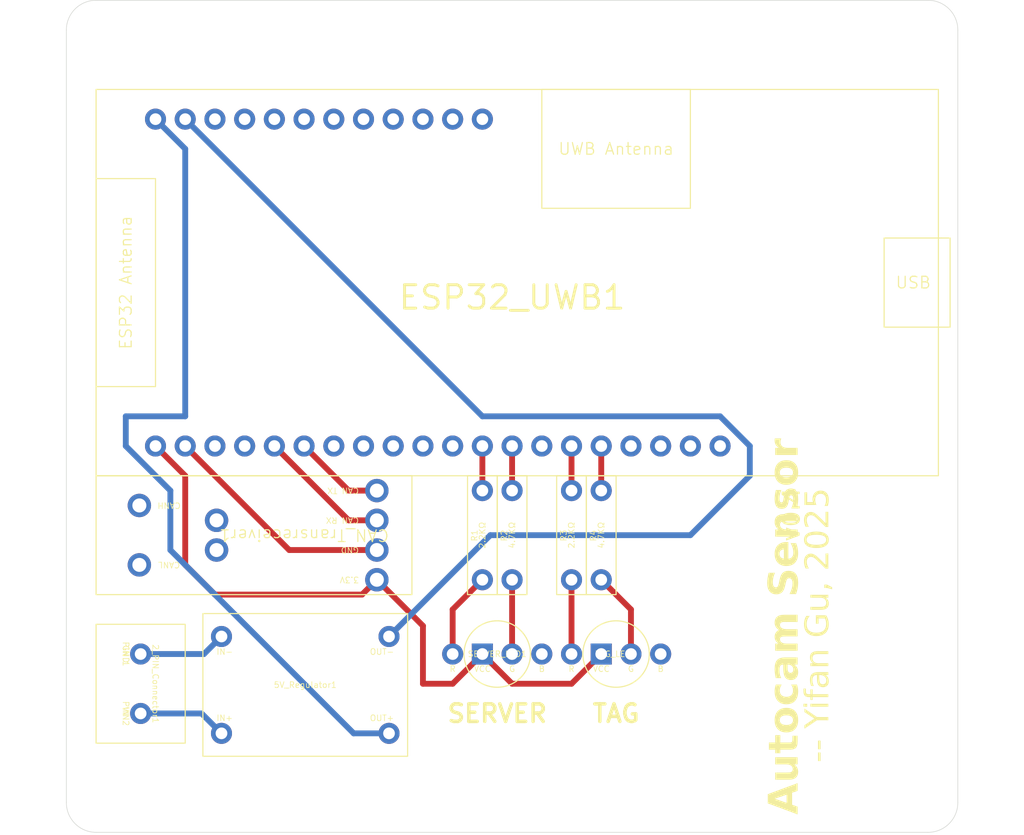
<source format=kicad_pcb>
(kicad_pcb (version 20241229) (generator "pcbnew") (generator_version "9.0")
  (title_block (title "Autocam Sensor") (date "2025-03-27") (rev "v0.4"))
  (layers (0 "F.Cu" signal) (2 "B.Cu" signal) (13 "F.Paste" user) (15 "B.Paste" user) (5 "F.SilkS" user "F.Silkscreen") (7 "B.SilkS" user "B.Silkscreen") (1 "F.Mask" user) (3 "B.Mask" user) (25 "Edge.Cuts" user))
  (net 0 "")
  (net 1 "Net-(5V_Regulator1-OUT-)")
  (net 2 "Net-(5V_Regulator1-OUT+)")
  (net 15 "Net-(CAN_Transreceiver1-CAN_RX)")
  (net 19 "Net-(CAN_Transreceiver1-CAN_TX)")
  (net 20 "Net-(CAN_Transreceiver1-GND)")
  (net 22 "Net-(CAN_Transreceiver1-3.3V)")
  (net 24 "Net-(SERVER_LED1-R)")
  (net 25 "Net-(SERVER_LED1-G)")
  (net 26 "Net-(TAG_LED1-R)")
  (net 27 "Net-(TAG_LED1-G)")
  (net 32 "Net-(ESP32_UWB1-IO32)")
  (net 35 "Net-(ESP32_UWB1-IO25)")
  (net 36 "Net-(ESP32_UWB1-IO26)")
  (net 41 "Net-(2_PIN_Connector1-Pin_1)")
  (net 42 "Net-(2_PIN_Connector1-Pin_2)")
  (net 44 "Net-(ESP32_UWB1-IO33)")
  (footprint "Autocam:Makersfab ESP32 UWB" (layer "F.Cu") (at 113.03 77.47)
    (property "Reference" "ESP32_UWB1" (at 35.56 17.78 0) (layer "F.SilkS") (effects (font (size 2 2) (thickness 0.25))))
    (property "Value" "~" (hide yes))
    (fp_rect (start 0 0) (end 72 33.02) (stroke (width 0.1)) (fill no) (layer "F.SilkS"))
    (fp_rect (start 0 7.62) (end 5.08 25.4) (stroke (width 0.1)) (fill no) (layer "F.SilkS"))
    (fp_rect (start 38.1 0) (end 50.8 10.16) (stroke (width 0.1)) (fill no) (layer "F.SilkS"))
    (fp_rect (start 67.36 12.7) (end 73 20.32) (stroke (width 0.1)) (fill no) (layer "F.SilkS"))
    (fp_text user "USB" (at 69.85 16.51 0) (layer "F.SilkS") (effects (font (thickness 0.1))))
    (fp_text user "UWB Antenna" (at 44.45 5.08 0) (layer "F.SilkS") (effects (font (thickness 0.1))))
    (fp_text user "ESP32 Antenna" (at 2.54 16.51 90) (layer "F.SilkS") (effects (font (thickness 0.1))))
    (pad "1" thru_hole circle (at 5.08 30.48) (size 1.8 1.8) (drill 1) (layers "*.Cu" "*.Mask") (net 22 "Net-(CAN_Transreceiver1-3.3V)"))
    (pad "2" thru_hole circle (at 7.62 30.48) (size 1.8 1.8) (drill 1) (layers "*.Cu" "*.Mask") (net 20 "Net-(CAN_Transreceiver1-GND)"))
    (pad "3" thru_hole circle (at 10.16 30.48) (size 1.8 1.8) (drill 1) (layers "*.Cu" "*.Mask"))
    (pad "4" thru_hole circle (at 12.7 30.48) (size 1.8 1.8) (drill 1) (layers "*.Cu" "*.Mask"))
    (pad "5" thru_hole circle (at 15.24 30.48) (size 1.8 1.8) (drill 1) (layers "*.Cu" "*.Mask") (net 15 "Net-(CAN_Transreceiver1-CAN_RX)"))
    (pad "6" thru_hole circle (at 17.78 30.48) (size 1.8 1.8) (drill 1) (layers "*.Cu" "*.Mask") (net 19 "Net-(CAN_Transreceiver1-CAN_TX)"))
    (pad "7" thru_hole circle (at 20.32 30.48) (size 1.8 1.8) (drill 1) (layers "*.Cu" "*.Mask"))
    (pad "8" thru_hole circle (at 22.86 30.48) (size 1.8 1.8) (drill 1) (layers "*.Cu" "*.Mask"))
    (pad "9" thru_hole circle (at 25.4 30.48) (size 1.8 1.8) (drill 1) (layers "*.Cu" "*.Mask"))
    (pad "10" thru_hole circle (at 27.94 30.48) (size 1.8 1.8) (drill 1) (layers "*.Cu" "*.Mask"))
    (pad "11" thru_hole circle (at 30.48 30.48) (size 1.8 1.8) (drill 1) (layers "*.Cu" "*.Mask"))
    (pad "12" thru_hole circle (at 33.02 30.48) (size 1.8 1.8) (drill 1) (layers "*.Cu" "*.Mask") (net 35 "Net-(ESP32_UWB1-IO25)"))
    (pad "13" thru_hole circle (at 35.56 30.48) (size 1.8 1.8) (drill 1) (layers "*.Cu" "*.Mask") (net 36 "Net-(ESP32_UWB1-IO26)"))
    (pad "14" thru_hole circle (at 38.1 30.48) (size 1.8 1.8) (drill 1) (layers "*.Cu" "*.Mask"))
    (pad "15" thru_hole circle (at 40.64 30.48) (size 1.8 1.8) (drill 1) (layers "*.Cu" "*.Mask") (net 32 "Net-(ESP32_UWB1-IO32)"))
    (pad "16" thru_hole circle (at 43.18 30.48) (size 1.8 1.8) (drill 1) (layers "*.Cu" "*.Mask") (net 44 "Net-(ESP32_UWB1-IO33)"))
    (pad "17" thru_hole circle (at 45.72 30.48) (size 1.8 1.8) (drill 1) (layers "*.Cu" "*.Mask"))
    (pad "18" thru_hole circle (at 48.26 30.48) (size 1.8 1.8) (drill 1) (layers "*.Cu" "*.Mask"))
    (pad "19" thru_hole circle (at 50.8 30.48) (size 1.8 1.8) (drill 1) (layers "*.Cu" "*.Mask"))
    (pad "20" thru_hole circle (at 53.34 30.48) (size 1.8 1.8) (drill 1) (layers "*.Cu" "*.Mask"))
    (pad "21" thru_hole circle (at 5.08 2.54) (size 1.8 1.8) (drill 1) (layers "*.Cu" "*.Mask") (net 2 "Net-(5V_Regulator1-OUT+)"))
    (pad "22" thru_hole circle (at 7.62 2.54) (size 1.8 1.8) (drill 1) (layers "*.Cu" "*.Mask") (net 1 "Net-(5V_Regulator1-OUT-)"))
    (pad "23" thru_hole circle (at 10.16 2.54) (size 1.8 1.8) (drill 1) (layers "*.Cu" "*.Mask"))
    (pad "24" thru_hole circle (at 12.7 2.54) (size 1.8 1.8) (drill 1) (layers "*.Cu" "*.Mask"))
    (pad "25" thru_hole circle (at 15.24 2.54) (size 1.8 1.8) (drill 1) (layers "*.Cu" "*.Mask"))
    (pad "26" thru_hole circle (at 17.78 2.54) (size 1.8 1.8) (drill 1) (layers "*.Cu" "*.Mask"))
    (pad "27" thru_hole circle (at 20.32 2.54) (size 1.8 1.8) (drill 1) (layers "*.Cu" "*.Mask"))
    (pad "28" thru_hole circle (at 22.86 2.54) (size 1.8 1.8) (drill 1) (layers "*.Cu" "*.Mask"))
    (pad "29" thru_hole circle (at 25.4 2.54) (size 1.8 1.8) (drill 1) (layers "*.Cu" "*.Mask"))
    (pad "30" thru_hole circle (at 27.94 2.54) (size 1.8 1.8) (drill 1) (layers "*.Cu" "*.Mask"))
    (pad "31" thru_hole circle (at 30.48 2.54) (size 1.8 1.8) (drill 1) (layers "*.Cu" "*.Mask"))
    (pad "32" thru_hole circle (at 33.02 2.54) (size 1.8 1.8) (drill 1) (layers "*.Cu" "*.Mask"))
  )
  (footprint "Autocam:Simple Resistor" (layer "F.Cu") (at 153.67 119.38 90)
    (property "Reference" "R3" (at 3.774036 -0.672769 90) (layer "F.SilkS") (effects (font (size 0.5 0.5) (thickness 0.0625))))
    (property "Value" "2.2KΩ" (at 3.81 0 90) (layer "F.SilkS") (effects (font (size 0.5 0.5) (thickness 0.0625))))
    (fp_rect (start -1.27 -1.27) (end 8.89 1.27) (stroke (width 0.1)) (fill no) (layer "F.SilkS"))
    (pad "1" thru_hole circle (at 0 0 90) (size 1.8 1.8) (drill 1) (layers "*.Cu" "*.Mask") (net 26 "Net-(TAG_LED1-R)"))
    (pad "2" thru_hole circle (at 7.62 0 90) (size 1.8 1.8) (drill 1) (layers "*.Cu" "*.Mask") (net 32 "Net-(ESP32_UWB1-IO32)"))
  )
  (footprint "Autocam:Simple Resistor" (layer "F.Cu") (at 146.05 119.38 90)
    (property "Reference" "R1" (at 3.774036 -0.672769 90) (layer "F.SilkS") (effects (font (size 0.5 0.5) (thickness 0.0625))))
    (property "Value" "2.2KΩ" (at 3.81 0 90) (layer "F.SilkS") (effects (font (size 0.5 0.5) (thickness 0.0625))))
    (fp_rect (start -1.27 -1.27) (end 8.89 1.27) (stroke (width 0.1)) (fill no) (layer "F.SilkS"))
    (pad "1" thru_hole circle (at 0 0 90) (size 1.8 1.8) (drill 1) (layers "*.Cu" "*.Mask") (net 24 "Net-(SERVER_LED1-R)"))
    (pad "2" thru_hole circle (at 7.62 0 90) (size 1.8 1.8) (drill 1) (layers "*.Cu" "*.Mask") (net 35 "Net-(ESP32_UWB1-IO25)"))
  )
  (footprint "Autocam:Simple Resistor" (layer "F.Cu") (at 148.59 119.38 90)
    (property "Reference" "R2" (at 3.774036 -0.672769 90) (layer "F.SilkS") (effects (font (size 0.5 0.5) (thickness 0.0625))))
    (property "Value" "4.7KΩ" (at 3.81 0 90) (layer "F.SilkS") (effects (font (size 0.5 0.5) (thickness 0.0625))))
    (fp_rect (start -1.27 -1.27) (end 8.89 1.27) (stroke (width 0.1)) (fill no) (layer "F.SilkS"))
    (pad "1" thru_hole circle (at 0 0 90) (size 1.8 1.8) (drill 1) (layers "*.Cu" "*.Mask") (net 25 "Net-(SERVER_LED1-G)"))
    (pad "2" thru_hole circle (at 7.62 0 90) (size 1.8 1.8) (drill 1) (layers "*.Cu" "*.Mask") (net 36 "Net-(ESP32_UWB1-IO26)"))
  )
  (footprint "MountingHole:MountingHole_2.2mm_M2" (layer "F.Cu") (at 114.3 137.16)
    (property "Reference" "REF**" (hide yes))
    (property "Value" "MountingHole_2.2mm_M2")
    (pad "" np_thru_hole circle (at 0 0) (size 2.2 2.2) (drill 2.2) (layers "*.Cu" "*.Mask"))
  )
  (footprint "Autocam:Anode RGB LED (Round)" (layer "F.Cu") (at 147.32 125.73)
    (property "Reference" "SERVER_LED1" (at 0 0 0) (layer "F.SilkS") (effects (font (size 0.5 0.5) (thickness 0.0625))))
    (property "Value" "SERVER")
    (fp_circle (center 0 0) (end 2.84 0) (stroke (width 0.1)) (fill no) (layer "F.SilkS"))
    (fp_text user "R" (at -3.81 1.27 0) (layer "F.SilkS") (effects (font (size 0.5 0.5) (thickness 0.0625))))
    (fp_text user "G" (at 1.27 1.27 0) (layer "F.SilkS") (effects (font (size 0.5 0.5) (thickness 0.0625))))
    (fp_text user "VCC" (at -1.27 1.27 0) (layer "F.SilkS") (effects (font (size 0.5 0.5) (thickness 0.0625))))
    (fp_text user "B" (at 3.81 1.27 0) (layer "F.SilkS") (effects (font (size 0.5 0.5) (thickness 0.0625))))
    (pad "1" thru_hole circle (at -3.81 0) (size 1.8 1.8) (drill 1) (layers "*.Cu" "*.Mask") (net 24 "Net-(SERVER_LED1-R)"))
    (pad "2" thru_hole rect (at -1.27 0) (size 1.8 1.8) (drill 1) (layers "*.Cu" "*.Mask") (net 22 "Net-(CAN_Transreceiver1-3.3V)"))
    (pad "3" thru_hole circle (at 1.27 0) (size 1.8 1.8) (drill 1) (layers "*.Cu" "*.Mask") (net 25 "Net-(SERVER_LED1-G)"))
    (pad "4" thru_hole circle (at 3.81 0) (size 1.8 1.8) (drill 1) (layers "*.Cu" "*.Mask"))
  )
  (footprint "MountingHole:MountingHole_2.2mm_M2" (layer "F.Cu") (at 114.3 73.66)
    (property "Reference" "REF**" (hide yes))
    (property "Value" "MountingHole_2.2mm_M2")
    (pad "" np_thru_hole circle (at 0 0) (size 2.2 2.2) (drill 2.2) (layers "*.Cu" "*.Mask"))
  )
  (footprint "Autocam:MP1584EN 5V Regulator" (layer "F.Cu") (at 122.16 122.27)
    (property "Reference" "5V_Regulator1" (at 8.75 6.1 0) (layer "F.SilkS") (effects (font (size 0.5 0.5) (thickness 0.0625))))
    (property "Value" "~")
    (fp_rect (start 0 0) (end 17.5 12.2) (stroke (width 0.1)) (fill no) (layer "F.SilkS"))
    (fp_text user "IN-" (at 1.13 3.56 0) (layer "F.SilkS") (effects (font (size 0.5 0.5) (thickness 0.0625)) (justify left bottom)))
    (fp_text user "OUT-" (at 16.37 3.56 0) (layer "F.SilkS") (effects (font (size 0.5 0.5) (thickness 0.0625)) (justify right bottom)))
    (fp_text user "OUT+" (at 16.37 8.64 0) (layer "F.SilkS") (effects (font (size 0.5 0.5) (thickness 0.0625)) (justify right top)))
    (fp_text user "IN+" (at 1.13 8.64 0) (layer "F.SilkS") (effects (font (size 0.5 0.5) (thickness 0.0625)) (justify left top)))
    (pad "1" thru_hole circle (at 1.59 1.96) (size 1.8 1.8) (drill 1) (layers "*.Cu" "*.Mask") (net 41 "Net-(2_PIN_Connector1-Pin_1)"))
    (pad "2" thru_hole circle (at 1.59 10.24) (size 1.8 1.8) (drill 1) (layers "*.Cu" "*.Mask") (net 42 "Net-(2_PIN_Connector1-Pin_2)"))
    (pad "3" thru_hole circle (at 15.91 1.96) (size 1.8 1.8) (drill 1) (layers "*.Cu" "*.Mask") (net 1 "Net-(5V_Regulator1-OUT-)"))
    (pad "4" thru_hole circle (at 15.91 10.24) (size 1.8 1.8) (drill 1) (layers "*.Cu" "*.Mask") (net 2 "Net-(5V_Regulator1-OUT+)"))
  )
  (footprint "Autocam:Anode RGB LED (Round)" (layer "F.Cu") (at 157.48 125.73)
    (property "Reference" "TAG_LED1" (at 0 0 0) (layer "F.SilkS") (effects (font (size 0.5 0.5) (thickness 0.0625))))
    (property "Value" "TAG")
    (fp_circle (center 0 0) (end 2.84 0) (stroke (width 0.1)) (fill no) (layer "F.SilkS"))
    (fp_text user "G" (at 1.27 1.27 0) (layer "F.SilkS") (effects (font (size 0.5 0.5) (thickness 0.0625))))
    (fp_text user "B" (at 3.81 1.27 0) (layer "F.SilkS") (effects (font (size 0.5 0.5) (thickness 0.0625))))
    (fp_text user "VCC" (at -1.27 1.27 0) (layer "F.SilkS") (effects (font (size 0.5 0.5) (thickness 0.0625))))
    (fp_text user "R" (at -3.81 1.27 0) (layer "F.SilkS") (effects (font (size 0.5 0.5) (thickness 0.0625))))
    (pad "1" thru_hole circle (at -3.81 0) (size 1.8 1.8) (drill 1) (layers "*.Cu" "*.Mask") (net 26 "Net-(TAG_LED1-R)"))
    (pad "2" thru_hole rect (at -1.27 0) (size 1.8 1.8) (drill 1) (layers "*.Cu" "*.Mask") (net 22 "Net-(CAN_Transreceiver1-3.3V)"))
    (pad "3" thru_hole circle (at 1.27 0) (size 1.8 1.8) (drill 1) (layers "*.Cu" "*.Mask") (net 27 "Net-(TAG_LED1-G)"))
    (pad "4" thru_hole circle (at 3.81 0) (size 1.8 1.8) (drill 1) (layers "*.Cu" "*.Mask"))
  )
  (footprint "Autocam:Waveshare CAN Transreceiver" (layer "F.Cu") (at 113.03 110.49 180)
    (property "Reference" "CAN_Transreceiver1" (at -17.78 -5.08 180) (layer "F.SilkS") (effects (font (thickness 0.1))))
    (property "Value" "~")
    (fp_rect (start -27 -10.16) (end 0 0) (stroke (width 0.1)) (fill no) (layer "F.SilkS"))
    (fp_text user "3.3V" (at -22.5 -8.89 180) (layer "F.SilkS") (effects (font (size 0.5 0.5) (thickness 0.0625)) (justify left)))
    (fp_text user "GND" (at -22.5 -6.35 180) (layer "F.SilkS") (effects (font (size 0.5 0.5) (thickness 0.0625)) (justify left)))
    (fp_text user "CANH" (at -6.24 -2.54 180) (layer "F.SilkS") (effects (font (size 0.5 0.5) (thickness 0.0625))))
    (fp_text user "CAN RX" (at -22.5 -3.81 180) (layer "F.SilkS") (effects (font (size 0.5 0.5) (thickness 0.0625)) (justify left)))
    (fp_text user "CAN TX" (at -22.5 -1.27 180) (layer "F.SilkS") (effects (font (size 0.5 0.5) (thickness 0.0625)) (justify left)))
    (fp_text user "CANL" (at -6.24 -7.62 180) (layer "F.SilkS") (effects (font (size 0.5 0.5) (thickness 0.0625))))
    (pad "1" thru_hole circle (at -24 -8.89 180) (size 2 2) (drill 1.2) (layers "*.Cu" "*.Mask") (net 22 "Net-(CAN_Transreceiver1-3.3V)"))
    (pad "2" thru_hole circle (at -24 -6.35 180) (size 2 2) (drill 1.2) (layers "*.Cu" "*.Mask") (net 20 "Net-(CAN_Transreceiver1-GND)"))
    (pad "3" thru_hole circle (at -24 -3.81 180) (size 2 2) (drill 1.2) (layers "*.Cu" "*.Mask") (net 15 "Net-(CAN_Transreceiver1-CAN_RX)"))
    (pad "4" thru_hole circle (at -24 -1.27 180) (size 2 2) (drill 1.2) (layers "*.Cu" "*.Mask") (net 19 "Net-(CAN_Transreceiver1-CAN_TX)"))
    (pad "5" thru_hole circle (at -3.7 -7.62 180) (size 2 2) (drill 1.2) (layers "*.Cu" "*.Mask"))
    (pad "6" thru_hole circle (at -3.7 -2.54 180) (size 2 2) (drill 1.2) (layers "*.Cu" "*.Mask"))
    (pad "7" thru_hole circle (at -10.3 -6.35 180) (size 2 2) (drill 1.2) (layers "*.Cu" "*.Mask"))
    (pad "8" thru_hole circle (at -10.3 -3.81 180) (size 2 2) (drill 1.2) (layers "*.Cu" "*.Mask"))
  )
  (footprint "Autocam:Simple Resistor" (layer "F.Cu") (at 156.21 119.38 90)
    (property "Reference" "R4" (at 3.774036 -0.672769 90) (layer "F.SilkS") (effects (font (size 0.5 0.5) (thickness 0.0625))))
    (property "Value" "4.7KΩ" (at 3.81 0 90) (layer "F.SilkS") (effects (font (size 0.5 0.5) (thickness 0.0625))))
    (fp_rect (start -1.27 -1.27) (end 8.89 1.27) (stroke (width 0.1)) (fill no) (layer "F.SilkS"))
    (pad "1" thru_hole circle (at 0 0 90) (size 1.8 1.8) (drill 1) (layers "*.Cu" "*.Mask") (net 27 "Net-(TAG_LED1-G)"))
    (pad "2" thru_hole circle (at 7.62 0 90) (size 1.8 1.8) (drill 1) (layers "*.Cu" "*.Mask") (net 44 "Net-(ESP32_UWB1-IO33)"))
  )
  (footprint "MountingHole:MountingHole_2.2mm_M2" (layer "F.Cu") (at 182.88 137.16)
    (property "Reference" "REF**" (hide yes))
    (property "Value" "MountingHole_2.2mm_M2")
    (pad "" np_thru_hole circle (at 0 0) (size 2.2 2.2) (drill 2.2) (layers "*.Cu" "*.Mask"))
  )
  (footprint "MountingHole:MountingHole_2.2mm_M2" (layer "F.Cu") (at 182.88 73.66)
    (property "Reference" "REF**" (hide yes))
    (property "Value" "MountingHole_2.2mm_M2")
    (pad "" np_thru_hole circle (at 0 0) (size 2.2 2.2) (drill 2.2) (layers "*.Cu" "*.Mask"))
  )
  (footprint "Autocam:2-PIN Connector" (layer "F.Cu") (at 113.03 123.19 -90)
    (property "Reference" "2_PIN_Connector1" (at 5.08 -5.08 270) (layer "F.SilkS") (effects (font (size 0.5 0.5) (thickness 0.0625))))
    (property "Value" "~")
    (fp_rect (start 0 -7.62) (end 10.16 0) (stroke (width 0.1)) (fill no) (layer "F.SilkS"))
    (fp_text user "VIN" (at 7.62 -2.54 270) (layer "F.SilkS") (effects (font (size 0.5 0.5) (thickness 0.0625))))
    (fp_text user "GND" (at 2.54 -2.54 270) (layer "F.SilkS") (effects (font (size 0.5 0.5) (thickness 0.0625))))
    (fp_text user "PIN 2" (at 7.62 -2.54 270) (layer "F.SilkS") (effects (font (size 0.5 0.5) (thickness 0.0625))))
    (fp_text user "PIN 1" (at 2.54 -2.54 270) (layer "F.SilkS") (effects (font (size 0.5 0.5) (thickness 0.0625))))
    (pad "1" thru_hole circle (at 2.54 -3.81 270) (size 1.8 1.8) (drill 1) (layers "*.Cu" "*.Mask") (net 41 "Net-(2_PIN_Connector1-Pin_1)"))
    (pad "2" thru_hole circle (at 7.62 -3.81 270) (size 1.8 1.8) (drill 1) (layers "*.Cu" "*.Mask") (net 42 "Net-(2_PIN_Connector1-Pin_2)"))
  )
  (gr_arc (start 113.03 140.97) (mid 111.233949 140.226051) (end 110.49 138.43) (stroke (width 0.05)) (layer "Edge.Cuts"))
  (gr_line (start 113.03 69.85) (end 184.15 69.85) (stroke (width 0.05)) (layer "Edge.Cuts"))
  (gr_arc (start 110.49 72.39) (mid 111.233949 70.593949) (end 113.03 69.85) (stroke (width 0.05)) (layer "Edge.Cuts"))
  (gr_line (start 186.69 72.39) (end 186.69 138.43) (stroke (width 0.05)) (layer "Edge.Cuts"))
  (gr_line (start 110.49 138.43) (end 110.49 72.39) (stroke (width 0.05)) (layer "Edge.Cuts"))
  (gr_line (start 184.15 140.97) (end 113.03 140.97) (stroke (width 0.05)) (layer "Edge.Cuts"))
  (gr_arc (start 186.69 138.43) (mid 185.946051 140.226051) (end 184.15 140.97) (stroke (width 0.05)) (layer "Edge.Cuts"))
  (gr_arc (start 184.15 69.85) (mid 185.946051 70.593949) (end 186.69 72.39) (stroke (width 0.05)) (layer "Edge.Cuts"))
  (gr_text "-- Yifan Gu, 2025" (at 175.958978 111.513989 90) (layer "F.SilkS") (effects (font (size 2 2)) (justify right bottom)))
  (gr_text "SERVER" (at 147.32 130.81 0) (layer "F.SilkS") (effects (font (size 1.5 1.5) (thickness 0.3) (bold yes))))
  (gr_text "Autocam Sensor" (at 173.418978 139.453989 90) (layer "F.SilkS") (effects (font (size 2.5 2.5) (thickness 0.5) (bold yes) (italic yes)) (justify left bottom)))
  (gr_text "TAG" (at 157.48 130.81 0) (layer "F.SilkS") (effects (font (size 1.5 1.5) (thickness 0.3) (bold yes))))
  (gr_text "v0.4" (at 173.418978 111.513989 90) (layer "F.SilkS") (effects (font (size 1.5 1.5) (thickness 0.15) (italic yes)) (justify right bottom)))
  (segment (start 146.73 115.57) (end 138.07 124.23) (width 0.5) (layer "B.Cu") (net 1))
  (segment (start 120.65 80.01) (end 146.05 105.41) (width 0.5) (layer "B.Cu") (net 1))
  (segment (start 166.37 105.41) (end 168.91 107.95) (width 0.5) (layer "B.Cu") (net 1))
  (segment (start 146.05 105.41) (end 166.37 105.41) (width 0.5) (layer "B.Cu") (net 1))
  (segment (start 168.91 110.49) (end 163.83 115.57) (width 0.5) (layer "B.Cu") (net 1))
  (segment (start 163.83 115.57) (end 146.73 115.57) (width 0.5) (layer "B.Cu") (net 1))
  (segment (start 168.91 107.95) (end 168.91 110.49) (width 0.5) (layer "B.Cu") (net 1))
  (segment (start 119.38 116.84) (end 135.05 132.51) (width 0.5) (layer "B.Cu") (net 2))
  (segment (start 115.57 105.41) (end 115.57 107.95) (width 0.5) (layer "B.Cu") (net 2))
  (segment (start 120.65 82.55) (end 120.65 105.41) (width 0.5) (layer "B.Cu") (net 2))
  (segment (start 118.11 80.01) (end 120.65 82.55) (width 0.5) (layer "B.Cu") (net 2))
  (segment (start 119.38 111.76) (end 119.38 116.84) (width 0.5) (layer "B.Cu") (net 2))
  (segment (start 115.57 107.95) (end 119.38 111.76) (width 0.5) (layer "B.Cu") (net 2))
  (segment (start 135.05 132.51) (end 138.07 132.51) (width 0.5) (layer "B.Cu") (net 2))
  (segment (start 120.65 105.41) (end 115.57 105.41) (width 0.5) (layer "B.Cu") (net 2))
  (segment (start 137.03 114.3) (end 134.62 114.3) (width 0.5) (layer "F.Cu") (net 15))
  (segment (start 128.27 108.08) (end 128.27 107.95) (width 0.2) (layer "F.Cu") (net 15))
  (segment (start 134.62 114.3) (end 128.27 107.95) (width 0.5) (layer "F.Cu") (net 15))
  (segment (start 134.62 111.76) (end 130.81 107.95) (width 0.5) (layer "F.Cu") (net 19))
  (segment (start 137.03 111.76) (end 134.62 111.76) (width 0.5) (layer "F.Cu") (net 19))
  (segment (start 130.81 108.08) (end 130.81 107.95) (width 0.2) (layer "F.Cu") (net 19))
  (segment (start 137.03 116.84) (end 129.54 116.84) (width 0.5) (layer "F.Cu") (net 20))
  (segment (start 129.54 116.84) (end 120.65 107.95) (width 0.5) (layer "F.Cu") (net 20))
  (segment (start 140.97 128.27) (end 140.97 123.32) (width 0.5) (layer "F.Cu") (net 22))
  (segment (start 123.19 120.65) (end 135.76 120.65) (width 0.5) (layer "F.Cu") (net 22))
  (segment (start 148.59 128.27) (end 146.05 125.73) (width 0.5) (layer "F.Cu") (net 22))
  (segment (start 143.51 128.27) (end 140.97 128.27) (width 0.5) (layer "F.Cu") (net 22))
  (segment (start 146.05 125.73) (end 143.51 128.27) (width 0.5) (layer "F.Cu") (net 22))
  (segment (start 120.65 110.49) (end 120.65 118.11) (width 0.5) (layer "F.Cu") (net 22))
  (segment (start 118.11 107.95) (end 120.65 110.49) (width 0.5) (layer "F.Cu") (net 22))
  (segment (start 153.67 128.27) (end 148.59 128.27) (width 0.5) (layer "F.Cu") (net 22))
  (segment (start 140.97 123.32) (end 137.03 119.38) (width 0.5) (layer "F.Cu") (net 22))
  (segment (start 135.76 120.65) (end 137.03 119.38) (width 0.5) (layer "F.Cu") (net 22))
  (segment (start 120.65 118.11) (end 123.19 120.65) (width 0.5) (layer "F.Cu") (net 22))
  (segment (start 156.21 125.73) (end 153.67 128.27) (width 0.5) (layer "F.Cu") (net 22))
  (segment (start 143.51 121.92) (end 146.05 119.38) (width 0.5) (layer "F.Cu") (net 24))
  (segment (start 143.51 125.73) (end 143.51 121.92) (width 0.5) (layer "F.Cu") (net 24))
  (segment (start 148.59 125.73) (end 148.59 119.38) (width 0.5) (layer "F.Cu") (net 25))
  (segment (start 153.67 125.73) (end 153.67 119.38) (width 0.5) (layer "F.Cu") (net 26))
  (segment (start 158.75 121.92) (end 158.75 125.73) (width 0.5) (layer "F.Cu") (net 27))
  (segment (start 156.21 119.38) (end 158.75 121.92) (width 0.5) (layer "F.Cu") (net 27))
  (segment (start 153.67 111.76) (end 153.67 107.95) (width 0.5) (layer "F.Cu") (net 32))
  (segment (start 146.05 107.95) (end 146.05 111.76) (width 0.5) (layer "F.Cu") (net 35))
  (segment (start 148.59 111.76) (end 148.59 107.95) (width 0.5) (layer "F.Cu") (net 36))
  (segment (start 116.84 125.73) (end 122.25 125.73) (width 0.5) (layer "B.Cu") (net 41))
  (segment (start 122.25 125.73) (end 123.75 124.23) (width 0.5) (layer "B.Cu") (net 41))
  (segment (start 122.05 130.81) (end 123.75 132.51) (width 0.5) (layer "B.Cu") (net 42))
  (segment (start 116.84 130.81) (end 122.05 130.81) (width 0.5) (layer "B.Cu") (net 42))
  (segment (start 156.21 107.95) (end 156.21 111.76) (width 0.5) (layer "F.Cu") (net 44))
)
</source>
